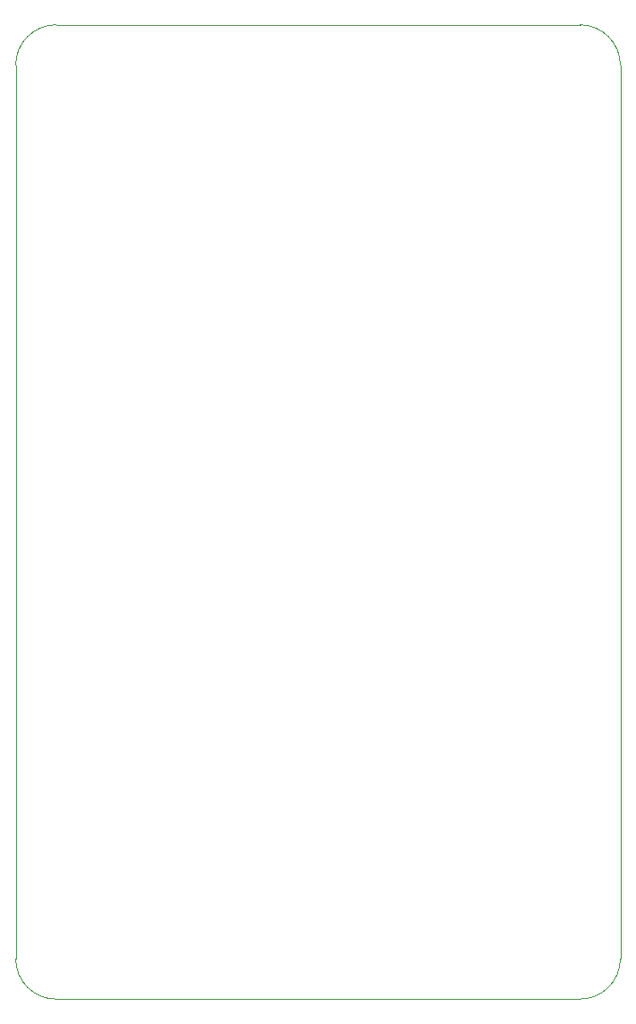
<source format=gbr>
G04 #@! TF.FileFunction,Profile,NP*
%FSLAX46Y46*%
G04 Gerber Fmt 4.6, Leading zero omitted, Abs format (unit mm)*
G04 Created by KiCad (PCBNEW 4.0.7) date 03/24/18 20:50:43*
%MOMM*%
%LPD*%
G01*
G04 APERTURE LIST*
%ADD10C,0.100000*%
G04 APERTURE END LIST*
D10*
X78740000Y-117475000D02*
G75*
G03X82550000Y-113665000I0J3810000D01*
G01*
X82550000Y-29210000D02*
G75*
G03X78740000Y-25400000I-3810000J0D01*
G01*
X82550000Y-29210000D02*
X82550000Y-113665000D01*
X25400000Y-113665000D02*
G75*
G03X29210000Y-117475000I3810000J0D01*
G01*
X29210000Y-117475000D02*
X78740000Y-117475000D01*
X29210000Y-25400000D02*
G75*
G03X25400000Y-29210000I0J-3810000D01*
G01*
X25400000Y-29210000D02*
X25400000Y-113665000D01*
X29210000Y-25400000D02*
X78740000Y-25400000D01*
M02*

</source>
